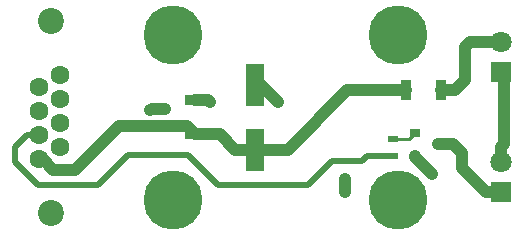
<source format=gbr>
G04 #@! TF.FileFunction,Copper,L1,Top,Signal*
%FSLAX46Y46*%
G04 Gerber Fmt 4.6, Leading zero omitted, Abs format (unit mm)*
G04 Created by KiCad (PCBNEW 4.0.7) date 06/27/18 11:16:04*
%MOMM*%
%LPD*%
G01*
G04 APERTURE LIST*
%ADD10C,0.150000*%
%ADD11R,0.900000X0.800000*%
%ADD12R,1.700000X0.900000*%
%ADD13R,0.900000X1.700000*%
%ADD14R,0.900000X0.500000*%
%ADD15R,1.800000X1.800000*%
%ADD16C,1.800000*%
%ADD17R,1.600200X3.599200*%
%ADD18R,0.750000X0.800000*%
%ADD19C,5.000000*%
%ADD20C,2.200000*%
%ADD21C,1.600000*%
%ADD22C,1.016000*%
%ADD23C,0.254000*%
%ADD24C,1.016000*%
%ADD25C,0.508000*%
G04 APERTURE END LIST*
D10*
D11*
X71898000Y-47056000D03*
X71898000Y-48956000D03*
X73898000Y-48006000D03*
D12*
X53340000Y-47170000D03*
X53340000Y-44270000D03*
D13*
X74094000Y-43434000D03*
X71194000Y-43434000D03*
D14*
X70104000Y-49010000D03*
X70104000Y-47510000D03*
D15*
X79248000Y-52070000D03*
D16*
X79248000Y-49530000D03*
D17*
X58420000Y-48470800D03*
X58420000Y-42969200D03*
D18*
X50800000Y-44970000D03*
X50800000Y-46470000D03*
D15*
X79248000Y-41910000D03*
D16*
X79248000Y-39370000D03*
D14*
X66040000Y-50915000D03*
X66040000Y-49415000D03*
D19*
X51435000Y-38735000D03*
X51435000Y-52705000D03*
X70485000Y-38735000D03*
X70485000Y-52705000D03*
D20*
X41145000Y-37590000D03*
X41145000Y-53850000D03*
D21*
X40125000Y-45220000D03*
X40125000Y-47250000D03*
X41905000Y-44190000D03*
X41905000Y-46220000D03*
X41905000Y-42160000D03*
X40125000Y-43190000D03*
X41905000Y-48250000D03*
X40125000Y-49280000D03*
D22*
X66040000Y-52070000D03*
X54610000Y-44450000D03*
X60325000Y-44450000D03*
X49530000Y-45085000D03*
X73406000Y-50546000D03*
D23*
X70104000Y-47510000D02*
X71444000Y-47510000D01*
X71444000Y-47510000D02*
X71898000Y-47056000D01*
D24*
X66040000Y-50915000D02*
X66040000Y-52070000D01*
X53340000Y-44270000D02*
X54430000Y-44270000D01*
X54430000Y-44270000D02*
X54610000Y-44450000D01*
X58420000Y-42969200D02*
X58844200Y-42969200D01*
X58844200Y-42969200D02*
X60325000Y-44450000D01*
X50800000Y-44970000D02*
X49645000Y-44970000D01*
X49645000Y-44970000D02*
X49530000Y-45085000D01*
X71898000Y-48956000D02*
X71898000Y-49038000D01*
X71898000Y-49038000D02*
X73406000Y-50546000D01*
X79248000Y-52070000D02*
X77978000Y-52070000D01*
X75184000Y-48006000D02*
X73898000Y-48006000D01*
X75946000Y-48768000D02*
X75184000Y-48006000D01*
X75946000Y-50038000D02*
X75946000Y-48768000D01*
X77978000Y-52070000D02*
X75946000Y-50038000D01*
X79248000Y-52070000D02*
X79248000Y-51869788D01*
X79248000Y-49530000D02*
X79248000Y-48260000D01*
X79502000Y-48006000D02*
X79502000Y-42164000D01*
X79248000Y-48260000D02*
X79502000Y-48006000D01*
X79502000Y-42164000D02*
X79248000Y-41910000D01*
X74094000Y-43434000D02*
X75311000Y-43434000D01*
X76581000Y-39370000D02*
X79248000Y-39370000D01*
X76200000Y-39751000D02*
X76581000Y-39370000D01*
X76200000Y-42545000D02*
X76200000Y-39751000D01*
X75311000Y-43434000D02*
X76200000Y-42545000D01*
X58420000Y-48470800D02*
X61130200Y-48470800D01*
X66167000Y-43434000D02*
X71194000Y-43434000D01*
X61130200Y-48470800D02*
X66167000Y-43434000D01*
X58420000Y-48470800D02*
X58844200Y-48470800D01*
X58420000Y-48470800D02*
X56725800Y-48470800D01*
X55425000Y-47170000D02*
X53340000Y-47170000D01*
X56725800Y-48470800D02*
X55425000Y-47170000D01*
X50800000Y-46470000D02*
X52640000Y-46470000D01*
X52640000Y-46470000D02*
X53340000Y-47170000D01*
X40125000Y-49280000D02*
X40390000Y-49280000D01*
X40390000Y-49280000D02*
X41275000Y-50165000D01*
X41275000Y-50165000D02*
X43180000Y-50165000D01*
X43180000Y-50165000D02*
X46875000Y-46470000D01*
X46875000Y-46470000D02*
X50800000Y-46470000D01*
D25*
X66040000Y-49415000D02*
X64885000Y-49415000D01*
X39110000Y-47250000D02*
X40125000Y-47250000D01*
X38100000Y-48260000D02*
X39110000Y-47250000D01*
X38100000Y-49530000D02*
X38100000Y-48260000D01*
X40005000Y-51435000D02*
X38100000Y-49530000D01*
X45085000Y-51435000D02*
X40005000Y-51435000D01*
X47625000Y-48895000D02*
X45085000Y-51435000D01*
X52705000Y-48895000D02*
X47625000Y-48895000D01*
X55245000Y-51435000D02*
X52705000Y-48895000D01*
X62865000Y-51435000D02*
X55245000Y-51435000D01*
X64885000Y-49415000D02*
X62865000Y-51435000D01*
X70104000Y-49010000D02*
X67830000Y-49010000D01*
X67425000Y-49415000D02*
X66040000Y-49415000D01*
X67830000Y-49010000D02*
X67425000Y-49415000D01*
D23*
X70104000Y-49010000D02*
X69862000Y-49010000D01*
M02*

</source>
